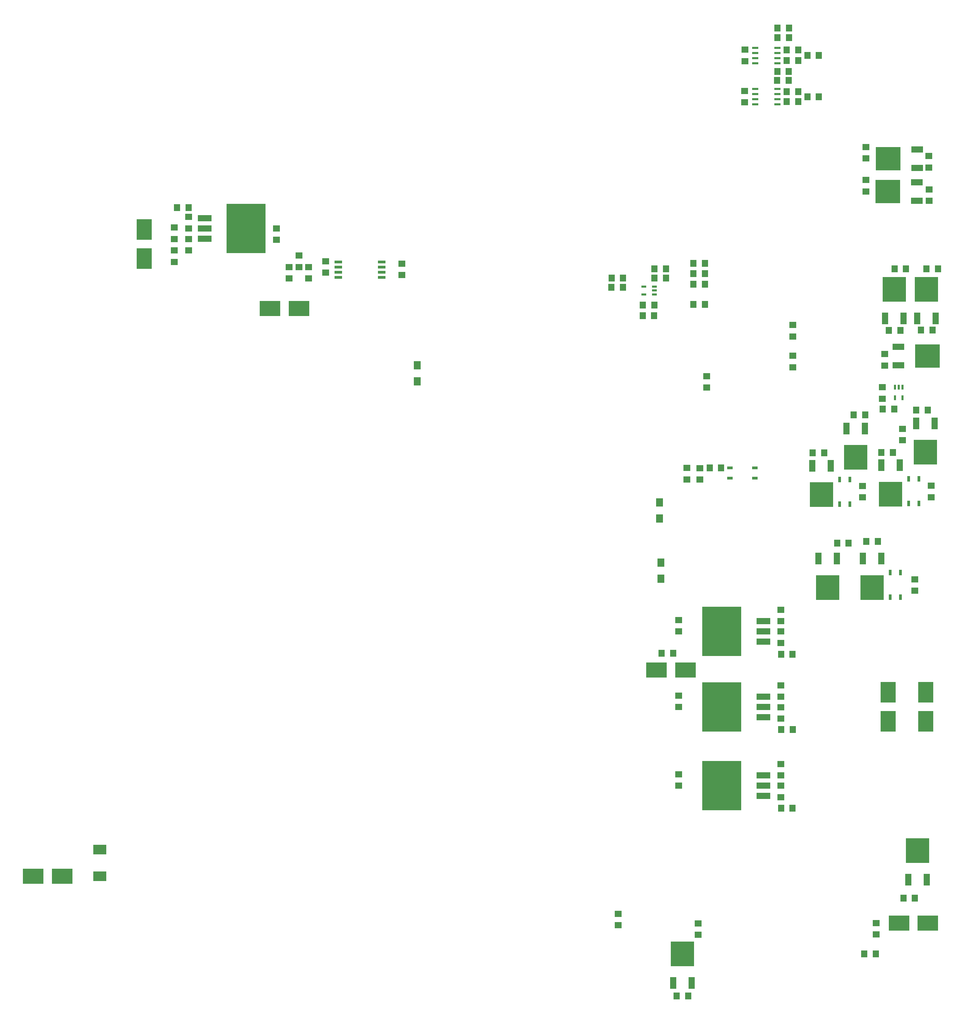
<source format=gbr>
G04 EAGLE Gerber RS-274X export*
G75*
%MOMM*%
%FSLAX34Y34*%
%LPD*%
%INSolderpaste Top*%
%IPPOS*%
%AMOC8*
5,1,8,0,0,1.08239X$1,22.5*%
G01*
%ADD10R,1.800000X1.600000*%
%ADD11R,1.600000X1.800000*%
%ADD12R,5.040000X3.810000*%
%ADD13R,3.810000X5.040000*%
%ADD14R,1.200000X0.600000*%
%ADD15R,0.600000X1.200000*%
%ADD16R,1.803000X1.600000*%
%ADD17R,1.600000X1.803000*%
%ADD18R,5.800000X6.200000*%
%ADD19R,1.600000X3.000000*%
%ADD20R,9.750000X12.200000*%
%ADD21R,3.500000X1.600000*%
%ADD22R,1.905000X0.640000*%
%ADD23R,0.800000X1.400000*%
%ADD24R,6.200000X5.800000*%
%ADD25R,3.000000X1.600000*%
%ADD26R,3.300000X2.400000*%
%ADD27R,1.500000X0.600000*%
%ADD28R,1.680000X2.120000*%
%ADD29R,1.400000X0.800000*%


D10*
X1559400Y278600D03*
X1559400Y306600D03*
X1709400Y818900D03*
X1709400Y846900D03*
X1962600Y649400D03*
X1962600Y677400D03*
X1709400Y623900D03*
X1709400Y651900D03*
D11*
X1649600Y1903400D03*
X1677600Y1903400D03*
X1620400Y1787400D03*
X1648400Y1787400D03*
D10*
X1757400Y282800D03*
X1757400Y254800D03*
X2198400Y284000D03*
X2198400Y256000D03*
X1778400Y1609400D03*
X1778400Y1637400D03*
X1873600Y2417800D03*
X1873600Y2445800D03*
D11*
X2028600Y2431400D03*
X2056600Y2431400D03*
D10*
X1962600Y1031500D03*
X1962600Y1059500D03*
X1872600Y2315400D03*
X1872600Y2343400D03*
D11*
X2028200Y2329400D03*
X2056200Y2329400D03*
D10*
X1709600Y1006000D03*
X1709600Y1034000D03*
X792400Y1907800D03*
X792400Y1879800D03*
X834400Y1922000D03*
X834400Y1894000D03*
X1023400Y1916200D03*
X1023400Y1888200D03*
X495000Y1977500D03*
X495000Y1949500D03*
X712400Y2003000D03*
X712400Y1975000D03*
X1962600Y844500D03*
X1962600Y872500D03*
D12*
X109900Y399800D03*
X181700Y399800D03*
D13*
X2321600Y783100D03*
X2321600Y854900D03*
D12*
X1726100Y910200D03*
X1654300Y910200D03*
D14*
X1623240Y1840300D03*
X1623240Y1859300D03*
X1649360Y1840300D03*
X1649360Y1849800D03*
X1649360Y1859300D03*
D15*
X2263900Y1584240D03*
X2244900Y1584240D03*
X2263900Y1610360D03*
X2254400Y1610360D03*
X2244900Y1610360D03*
D16*
X1761400Y1410120D03*
X1761400Y1381680D03*
D17*
X1962980Y949400D03*
X1991420Y949400D03*
X2171220Y1541600D03*
X2142780Y1541600D03*
D16*
X744400Y1908020D03*
X744400Y1879580D03*
X768400Y1936120D03*
X768400Y1907680D03*
X495000Y2003380D03*
X495000Y2031820D03*
D17*
X494820Y2054600D03*
X466380Y2054600D03*
D16*
X459400Y2005620D03*
X459400Y1977180D03*
X459400Y1949120D03*
X459400Y1920680D03*
D17*
X1542980Y1880400D03*
X1571420Y1880400D03*
X1542780Y1857400D03*
X1571220Y1857400D03*
X1695620Y951600D03*
X1667180Y951600D03*
D16*
X1962600Y818420D03*
X1962600Y789980D03*
D17*
X1963380Y763400D03*
X1991820Y763400D03*
D16*
X1962600Y623820D03*
X1962600Y595380D03*
D17*
X1962980Y568400D03*
X1991420Y568400D03*
X1649380Y1880400D03*
X1677820Y1880400D03*
X1620580Y1813400D03*
X1649020Y1813400D03*
X1704380Y103400D03*
X1732820Y103400D03*
X2169380Y207400D03*
X2197820Y207400D03*
X2266180Y345400D03*
X2294620Y345400D03*
D16*
X2334600Y1337980D03*
X2334600Y1366420D03*
X1729600Y1381880D03*
X1729600Y1410320D03*
D17*
X2240220Y1448600D03*
X2211780Y1448600D03*
D16*
X2164600Y1337580D03*
X2164600Y1366020D03*
D17*
X2069820Y1448100D03*
X2041380Y1448100D03*
D16*
X1991900Y1688020D03*
X1991900Y1659580D03*
X1991900Y1764220D03*
X1991900Y1735780D03*
D17*
X2272420Y1903100D03*
X2243980Y1903100D03*
X2351620Y1903100D03*
X2323180Y1903100D03*
X2230180Y1750900D03*
X2258620Y1750900D03*
X2309980Y1751900D03*
X2338420Y1751900D03*
X1774220Y1916600D03*
X1745780Y1916600D03*
X1785980Y1410400D03*
X1814420Y1410400D03*
X1774220Y1865600D03*
X1745780Y1865600D03*
X2326220Y1554100D03*
X2297780Y1554100D03*
D16*
X2263900Y1507420D03*
X2263900Y1478980D03*
X2219900Y1692620D03*
X2219900Y1664180D03*
D17*
X1774220Y1891600D03*
X1745780Y1891600D03*
X1977180Y2444900D03*
X2005620Y2444900D03*
X2214980Y1555900D03*
X2243420Y1555900D03*
D16*
X2213900Y1610220D03*
X2213900Y1581780D03*
D17*
X2005420Y2419100D03*
X1976980Y2419100D03*
X1954380Y2499900D03*
X1982820Y2499900D03*
X2130220Y1224600D03*
X2101780Y1224600D03*
X1954180Y2475900D03*
X1982620Y2475900D03*
X1976980Y2341900D03*
X2005420Y2341900D03*
X2005220Y2317100D03*
X1976780Y2317100D03*
X1953580Y2391900D03*
X1982020Y2391900D03*
X1953380Y2369900D03*
X1981820Y2369900D03*
D16*
X2329100Y2154180D03*
X2329100Y2182620D03*
X2172900Y2205020D03*
X2172900Y2176580D03*
X2330100Y2071780D03*
X2330100Y2100220D03*
X2172900Y2123420D03*
X2172900Y2094980D03*
X2294600Y1106580D03*
X2294600Y1135020D03*
D17*
X2202620Y1228600D03*
X2174180Y1228600D03*
D16*
X1962400Y1005820D03*
X1962400Y977380D03*
D18*
X2188500Y1114600D03*
D19*
X2165650Y1186400D03*
X2211350Y1186400D03*
D20*
X1816350Y1005800D03*
D21*
X1919100Y1031200D03*
X1919100Y1005800D03*
X1919100Y980400D03*
D18*
X2147500Y1436600D03*
D19*
X2124650Y1508400D03*
X2170350Y1508400D03*
D22*
X865700Y1920650D03*
X865700Y1907950D03*
X865700Y1895250D03*
X865700Y1882550D03*
X973300Y1882550D03*
X973300Y1895250D03*
X973300Y1907950D03*
X973300Y1920650D03*
D20*
X637450Y2003200D03*
D21*
X534700Y1977800D03*
X534700Y2003200D03*
X534700Y2028600D03*
D20*
X1816350Y818800D03*
D21*
X1919100Y844200D03*
X1919100Y818800D03*
X1919100Y793400D03*
D20*
X1816350Y623800D03*
D21*
X1919100Y649200D03*
X1919100Y623800D03*
X1919100Y598400D03*
D18*
X1718500Y207400D03*
D19*
X1741350Y135600D03*
X1695650Y135600D03*
D18*
X2301500Y463400D03*
D19*
X2324350Y391600D03*
X2278650Y391600D03*
D23*
X2304200Y1383300D03*
X2278800Y1383300D03*
X2278800Y1322300D03*
X2304200Y1322300D03*
D18*
X2234500Y1345600D03*
D19*
X2211650Y1417400D03*
X2257350Y1417400D03*
D23*
X2133400Y1382300D03*
X2108000Y1382300D03*
X2108000Y1321300D03*
X2133400Y1321300D03*
D18*
X2063600Y1344300D03*
D19*
X2040750Y1416100D03*
X2086450Y1416100D03*
D18*
X2243400Y1852700D03*
D19*
X2266250Y1780900D03*
X2220550Y1780900D03*
D18*
X2323400Y1852700D03*
D19*
X2346250Y1780900D03*
X2300550Y1780900D03*
D24*
X2325700Y1687600D03*
D25*
X2253900Y1664750D03*
X2253900Y1710450D03*
D18*
X2320600Y1449300D03*
D19*
X2297750Y1521100D03*
X2343450Y1521100D03*
D26*
X275200Y400100D03*
X275200Y466100D03*
D27*
X1898700Y2450650D03*
X1898700Y2437950D03*
X1898700Y2425250D03*
X1898700Y2412550D03*
X1953700Y2412550D03*
X1953700Y2425250D03*
X1953700Y2437950D03*
X1953700Y2450650D03*
X1898700Y2348650D03*
X1898700Y2335950D03*
X1898700Y2323250D03*
X1898700Y2310550D03*
X1953700Y2310550D03*
X1953700Y2323250D03*
X1953700Y2335950D03*
X1953700Y2348650D03*
D24*
X2228300Y2176400D03*
D25*
X2300100Y2199250D03*
X2300100Y2153550D03*
D24*
X2227300Y2094400D03*
D25*
X2299100Y2117250D03*
X2299100Y2071550D03*
D28*
X1662200Y1325000D03*
X1662200Y1285000D03*
D29*
X1836700Y1410800D03*
X1836700Y1385400D03*
X1897700Y1385400D03*
X1897700Y1410800D03*
D18*
X2078500Y1114600D03*
D19*
X2055650Y1186400D03*
X2101350Y1186400D03*
D28*
X1665200Y1176300D03*
X1665200Y1136300D03*
D23*
X2259000Y1151300D03*
X2233600Y1151300D03*
X2233600Y1090300D03*
X2259000Y1090300D03*
D12*
X2326900Y284000D03*
X2255100Y284000D03*
D28*
X1062000Y1665000D03*
X1062000Y1625000D03*
D13*
X2228000Y854900D03*
X2228000Y783100D03*
D17*
X1774220Y1815000D03*
X1745780Y1815000D03*
D13*
X385000Y1929100D03*
X385000Y2000900D03*
D12*
X697100Y1805000D03*
X768900Y1805000D03*
M02*

</source>
